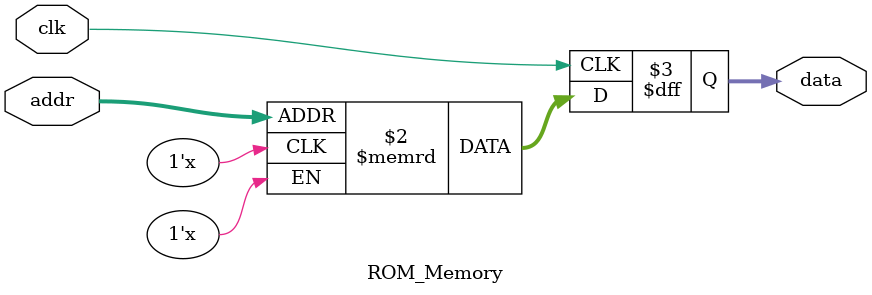
<source format=v>
module ROM_Memory(addr, clk, data);
	input[4:0]addr;
	input clk;
	output reg [8:0]data;
	
	(*ram_init_file = "inst_mem.mif"*)reg[8:0]mem[0:32];
	
	always@(posedge clk)
		data <= mem[addr];
		
endmodule

		
</source>
